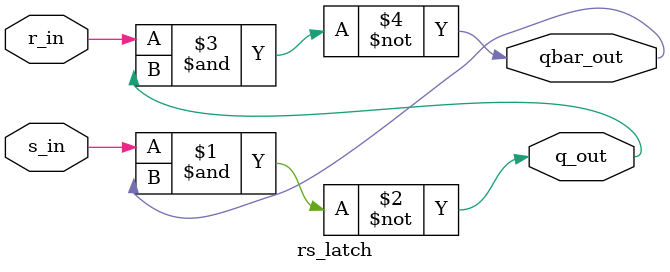
<source format=v>
`timescale 1ns / 1ps
module rs_latch (s_in,r_in,q_out,qbar_out);              // rs latch
    input  s_in, r_in;                                   // inputs:  set, reset
    output q_out, qbar_out;                              // outputs: q_out, qbar_out
    nand nand1 (q_out,  s_in, qbar_out);                 // nand (out, in1, in2);
    nand nand2 (qbar_out, r_in, q_out);                  // nand (out, in1, in2);
endmodule

</source>
